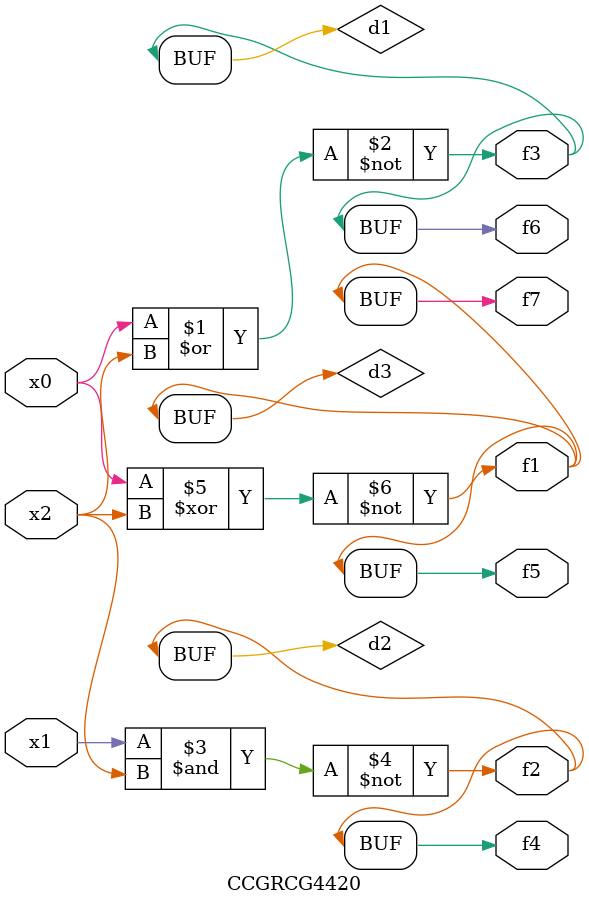
<source format=v>
module CCGRCG4420(
	input x0, x1, x2,
	output f1, f2, f3, f4, f5, f6, f7
);

	wire d1, d2, d3;

	nor (d1, x0, x2);
	nand (d2, x1, x2);
	xnor (d3, x0, x2);
	assign f1 = d3;
	assign f2 = d2;
	assign f3 = d1;
	assign f4 = d2;
	assign f5 = d3;
	assign f6 = d1;
	assign f7 = d3;
endmodule

</source>
